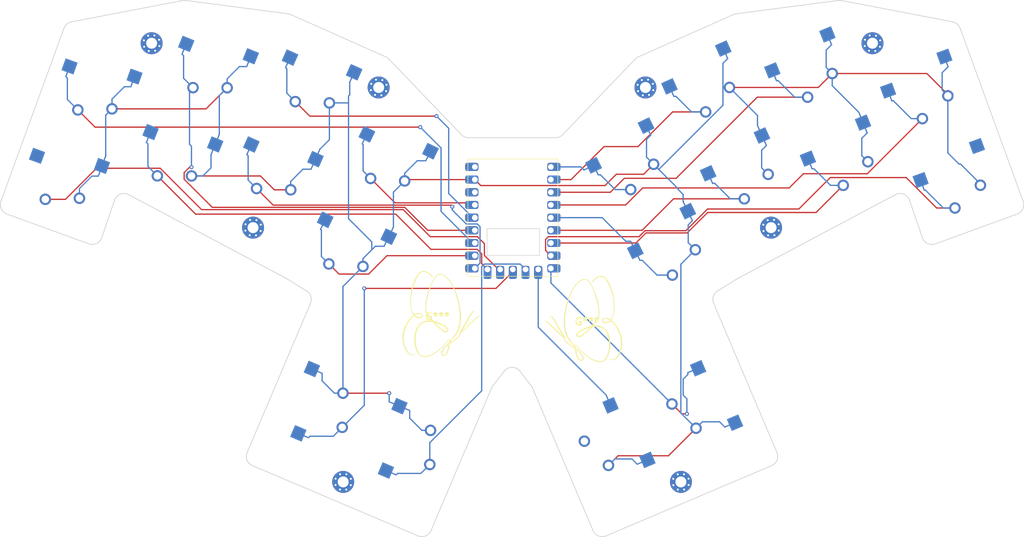
<source format=kicad_pcb>
(kicad_pcb (version 20241229) (generator "pcbnew") (generator_version "9.0")
  (title_block (title "chouchou_mx") (rev "v1.0.0") (company "Unknown"))
  (layers (0 "F.Cu" signal) (2 "B.Cu" signal) (13 "F.Paste" user) (15 "B.Paste" user) (5 "F.SilkS" user "F.Silkscreen") (7 "B.SilkS" user "B.Silkscreen") (1 "F.Mask" user) (3 "B.Mask" user) (25 "Edge.Cuts" user))
  (net 0 "")
  (net 1 "GP12")
  (net 2 "GND")
  (net 3 "GP26")
  (net 4 "GP13")
  (net 5 "GP27")
  (net 6 "GP14")
  (net 7 "GP28")
  (net 8 "GP15")
  (net 9 "GP29")
  (net 10 "GP11")
  (net 11 "GP10")
  (net 12 "GP7")
  (net 13 "GP3")
  (net 14 "GP6")
  (net 15 "GP2")
  (net 16 "GP5")
  (net 17 "GP1")
  (net 18 "GP4")
  (net 19 "GP0")
  (net 20 "GP8")
  (net 21 "GP9")
  (net 22 "P5V")
  (net 23 "P3V3")
  (footprint "logo:butterfly_left" (layer "F.Cu") (at 111 164)
    (property "Reference" "G***")
    (property "Value" "LOGO" (hide yes))
  )
  (footprint "MX" (layer "F.Cu") (at 164.9617 117.3315 24)
    (property "Reference" "S16" (hide yes))
    (property "Value" "" (hide yes))
  )
  (footprint "MountingHole_2.2mm_M2_Pad_Via" (layer "F.Cu") (at 53.7682 109.2489 -20)
    (property "Reference" "_1" (hide yes))
    (property "Value" "")
  )
  (footprint "MX" (layer "F.Cu") (at 192.7095 132.0469 22)
    (property "Reference" "S13" (hide yes))
    (property "Value" "" (hide yes))
  )
  (footprint "logo:butterfly_right" (layer "F.Cu") (at 141 165)
    (property "Reference" "G***")
    (property "Value" "LOGO" (hide yes))
  )
  (footprint "MX" (layer "F.Cu") (at 88.2504 181.8429 67)
    (property "Reference" "S9" (hide yes))
    (property "Value" "" (hide yes))
  )
  (footprint "MX" (layer "F.Cu") (at 86.9196 117.3315 -24)
    (property "Reference" "S6" (hide yes))
    (property "Value" "" (hide yes))
  )
  (footprint "MX" (layer "F.Cu") (at 43.118 118.7014 160)
    (property "Reference" "S22" (hide yes))
    (property "Value" "" (hide yes))
  )
  (footprint "MX" (layer "F.Cu") (at 102.1281 132.8726 -26)
    (property "Reference" "S8" (hide yes))
    (property "Value" "" (hide yes))
  )
  (footprint "MX" (layer "F.Cu") (at 158.1041 149.9946 26)
    (property "Reference" "S17" (hide yes))
    (property "Value" "" (hide yes))
  )
  (footprint "MX" (layer "F.Cu") (at 172.71 134.7346 24)
    (property "Reference" "S15" (hide yes))
    (property "Value" "" (hide yes))
  )
  (footprint "MX" (layer "F.Cu") (at 163.6308 181.8429 113)
    (property "Reference" "S39" (hide yes))
    (property "Value" "" (hide yes))
  )
  (footprint "MX" (layer "F.Cu") (at 172.71 134.7346 -156)
    (property "Reference" "S35" (hide yes))
    (property "Value" "" (hide yes))
  )
  (footprint "MountingHole_2.2mm_M2_Pad_Via" (layer "F.Cu") (at 177.8044 146.1767 24)
    (property "Reference" "_4" (hide yes))
    (property "Value" "")
  )
  (footprint "MX" (layer "F.Cu") (at 164.9617 117.3315 -156)
    (property "Reference" "S36" (hide yes))
    (property "Value" "" (hide yes))
  )
  (footprint "MX" (layer "F.Cu") (at 79.1712 134.7346 156)
    (property "Reference" "S25" (hide yes))
    (property "Value" "" (hide yes))
  )
  (footprint "MX" (layer "F.Cu") (at 192.7095 132.0469 -158)
    (property "Reference" "S33" (hide yes))
    (property "Value" "" (hide yes))
  )
  (footprint "MX" (layer "F.Cu") (at 43.118 118.7014 -20)
    (property "Reference" "S2" (hide yes))
    (property "Value" "" (hide yes))
  )
  (footprint "MountingHole_2.2mm_M2_Pad_Via" (layer "F.Cu") (at 99.232 118.1089 -26)
    (property "Reference" "_5" (hide yes))
    (property "Value" "")
  )
  (footprint "MX" (layer "F.Cu") (at 36.6025 136.6025 -20)
    (property "Reference" "S1" (hide yes))
    (property "Value" "" (hide yes))
  )
  (footprint "MX" (layer "F.Cu") (at 163.6308 181.8429 -67)
    (property "Reference" "S19" (hide yes))
    (property "Value" "" (hide yes))
  )
  (footprint "MX" (layer "F.Cu") (at 88.2504 181.8429 -113)
    (property "Reference" "S29" (hide yes))
    (property "Value" "" (hide yes))
  )
  (footprint "MX" (layer "F.Cu") (at 59.1717 132.0469 -22)
    (property "Reference" "S3" (hide yes))
    (property "Value" "" (hide yes))
  )
  (footprint "MX" (layer "F.Cu") (at 66.308 114.3841 158)
    (property "Reference" "S24" (hide yes))
    (property "Value" "" (hide yes))
  )
  (footprint "MX" (layer "F.Cu") (at 185.5732 114.3841 -158)
    (property "Reference" "S34" (hide yes))
    (property "Value" "" (hide yes))
  )
  (footprint "MX" (layer "F.Cu") (at 36.6025 136.6025 160)
    (property "Reference" "S21" (hide yes))
    (property "Value" "" (hide yes))
  )
  (footprint "MX" (layer "F.Cu") (at 86.9196 117.3315 156)
    (property "Reference" "S26" (hide yes))
    (property "Value" "" (hide yes))
  )
  (footprint "MX" (layer "F.Cu") (at 208.7632 118.7014 20)
    (property "Reference" "S12" (hide yes))
    (property "Value" "" (hide yes))
  )
  (footprint "MX" (layer "F.Cu") (at 215.2787 136.6025 -160)
    (property "Reference" "S31" (hide yes))
    (property "Value" "" (hide yes))
  )
  (footprint "MX" (layer "F.Cu") (at 105.7861 189.2863 67)
    (property "Reference" "S10" (hide yes))
    (property "Value" "" (hide yes))
  )
  (footprint "RP2040-Zero" (layer "F.Cu") (at 115.9406 156.8726)
    (property "Reference" "RP2040Zero1")
    (property "Value" "")
    (fp_line (start 5 -5.13) (end 5 -10.5) (stroke (width 0.12)) (layer "Edge.Cuts"))
    (fp_line (start 5 -5.13) (end 15.5 -5.13) (stroke (width 0.12)) (layer "Edge.Cuts"))
    (fp_line (start 15.5 -10.5) (end 5 -10.5) (stroke (width 0.12)) (layer "Edge.Cuts"))
    (fp_line (start 15.5 -10.5) (end 15.5 -5.13) (stroke (width 0.12)) (layer "Edge.Cuts"))
  )
  (footprint "MX" (layer "F.Cu") (at 105.7861 189.2863 -113)
    (property "Reference" "S30" (hide yes))
    (property "Value" "" (hide yes))
  )
  (footprint "MountingHole_2.2mm_M2_Pad_Via" (layer "F.Cu") (at 92.1243 197.0939 67)
    (property "Reference" "_7" (hide yes))
    (property "Value" "")
  )
  (footprint "MountingHole_2.2mm_M2_Pad_Via" (layer "F.Cu") (at 74.0768 146.1767 -24)
    (property "Reference" "_3" (hide yes))
    (property "Value" "")
  )
  (footprint "MountingHole_2.2mm_M2_Pad_Via" (layer "F.Cu") (at 152.6492 118.1089 26)
    (property "Reference" "_6" (hide yes))
    (property "Value" "")
  )
  (footprint "MX" (layer "F.Cu") (at 93.7771 149.9946 154)
    (property "Reference" "S27" (hide yes))
    (property "Value" "" (hide yes))
  )
  (footprint "MX" (layer "F.Cu") (at 158.1041 149.9946 -154)
    (property "Reference" "S37" (hide yes))
    (property "Value" "" (hide yes))
  )
  (footprint "MX" (layer "F.Cu") (at 102.1281 132.8726 154)
    (property "Reference" "S28" (hide yes))
    (property "Value" "" (hide yes))
  )
  (footprint "MX" (layer "F.Cu") (at 149.7531 132.8726 -154)
    (property "Reference" "S38" (hide yes))
    (property "Value" "" (hide yes))
  )
  (footprint "MX" (layer "F.Cu") (at 146.0952 189.2863 113)
    (property "Reference" "S40" (hide yes))
    (property "Value" "" (hide yes))
  )
  (footprint "MX" (layer "F.Cu") (at 208.7632 118.7014 -160)
    (property "Reference" "S32" (hide yes))
    (property "Value" "" (hide yes))
  )
  (footprint "MX" (layer "F.Cu") (at 79.1712 134.7346 -24)
    (property "Reference" "S5" (hide yes))
    (property "Value" "" (hide yes))
  )
  (footprint "MX" (layer "F.Cu") (at 66.308 114.3841 -22)
    (property "Reference" "S4" (hide yes))
    (property "Value" "" (hide yes))
  )
  (footprint "MX" (layer "F.Cu") (at 93.7771 149.9946 -26)
    (property "Reference" "S7" (hide yes))
    (property "Value" "" (hide yes))
  )
  (footprint "MX" (layer "F.Cu") (at 149.7531 132.8726 26)
    (property "Reference" "S18" (hide yes))
    (property "Value" "" (hide yes))
  )
  (footprint "MountingHole_2.2mm_M2_Pad_Via" (layer "F.Cu") (at 198.113 109.2489 20)
    (property "Reference" "_2" (hide yes))
    (property "Value" "")
  )
  (footprint "MountingHole_2.2mm_M2_Pad_Via" (layer "F.Cu") (at 159.7569 197.0939 -67)
    (property "Reference" "_8" (hide yes))
    (property "Value" "")
  )
  (footprint "MX" (layer "F.Cu") (at 59.1717 132.0469 158)
    (property "Reference" "S23" (hide yes))
    (property "Value" "" (hide yes))
  )
  (footprint "MX" (layer "F.Cu") (at 215.2787 136.6025 20)
    (property "Reference" "S11" (hide yes))
    (property "Value" "" (hide yes))
  )
  (footprint "MX" (layer "F.Cu") (at 185.5732 114.3841 22)
    (property "Reference" "S14" (hide yes))
    (property "Value" "" (hide yes))
  )
  (footprint "MX" (layer "F.Cu") (at 146.0952 189.2863 -67)
    (property "Reference" "S20" (hide yes))
    (property "Value" "" (hide yes))
  )
  (gr_line (start 124.356602 174.927493) (end 122.08033 177.880436) (stroke (width 0.15)) (layer "Edge.Cuts"))
  (gr_arc (start 210.677686 149.427089) (mid 209.1293 149.351285) (end 208.100223 148.19187) (stroke (width 0.15)) (layer "Edge.Cuts"))
  (gr_line (start 202.71623 139.568611) (end 171.080942 156.379848) (stroke (width 0.15)) (layer "Edge.Cuts"))
  (gr_line (start 129.800891 177.880436) (end 127.524619 174.927493) (stroke (width 0.15)) (layer "Edge.Cuts"))
  (gr_arc (start 81.069151 103.348799) (mid 81.352517 103.406761) (end 81.624559 103.504989) (stroke (width 0.15)) (layer "Edge.Cuts"))
  (gr_arc (start 46.33304 140.69056) (mid 47.489816 139.475331) (end 49.164991 139.568611) (stroke (width 0.15)) (layer "Edge.Cuts"))
  (gr_line (start 101.275568 112.416374) (end 115.795003 127.55353) (stroke (width 0.15)) (layer "Edge.Cuts"))
  (gr_arc (start 43.780997 148.19187) (mid 42.75192 149.351284) (end 41.203535 149.427088) (stroke (width 0.15)) (layer "Edge.Cuts"))
  (gr_arc (start 80.800278 156.379849) (mid 80.858858 156.412248) (end 80.916321 156.446588) (stroke (width 0.15)) (layer "Edge.Cuts"))
  (gr_line (start 142.162086 206.835697) (end 130.057892 178.320004) (stroke (width 0.15)) (layer "Edge.Cuts"))
  (gr_line (start 60.582225 100.683033) (end 81.069151 103.348799) (stroke (width 0.15)) (layer "Edge.Cuts"))
  (gr_arc (start 136.086218 127.55353) (mid 135.427427 128.008763) (end 134.642861 128.169074) (stroke (width 0.15)) (layer "Edge.Cuts"))
  (gr_line (start 151.235537 111.973739) (end 170.256662 103.504989) (stroke (width 0.15)) (layer "Edge.Cuts"))
  (gr_arc (start 191.298997 100.683033) (mid 191.617058 100.667214) (end 191.933597 100.702078) (stroke (width 0.15)) (layer "Edge.Cuts"))
  (gr_line (start 191.933597 100.702078) (end 214.169057 104.964518) (stroke (width 0.15)) (layer "Edge.Cuts"))
  (gr_arc (start 36.209315 106.244714) (mid 36.791773 105.406263) (end 37.712164 104.964518) (stroke (width 0.15)) (layer "Edge.Cuts"))
  (gr_line (start 41.203535 149.427088) (end 24.794365 143.454638) (stroke (width 0.15)) (layer "Edge.Cuts"))
  (gr_arc (start 73.953885 193.82697) (mid 72.88098 192.735173) (end 72.894339 191.204498) (stroke (width 0.15)) (layer "Edge.Cuts"))
  (gr_arc (start 150.605653 112.416374) (mid 150.899096 112.164463) (end 151.235537 111.973739) (stroke (width 0.15)) (layer "Edge.Cuts"))
  (gr_line (start 208.100223 148.19187) (end 205.54818 140.69056) (stroke (width 0.15)) (layer "Edge.Cuts"))
  (gr_arc (start 170.256662 103.504989) (mid 170.528704 103.406761) (end 170.81207 103.348799) (stroke (width 0.15)) (layer "Edge.Cuts"))
  (gr_line (start 84.788674 158.849627) (end 80.916321 156.446588) (stroke (width 0.15)) (layer "Edge.Cuts"))
  (gr_arc (start 59.947625 100.702078) (mid 60.264164 100.667214) (end 60.582225 100.683033) (stroke (width 0.15)) (layer "Edge.Cuts"))
  (gr_line (start 215.671906 106.244713) (end 228.282201 140.891213) (stroke (width 0.15)) (layer "Edge.Cuts"))
  (gr_arc (start 117.23836 128.169073) (mid 116.453795 128.008762) (end 115.795003 127.55353) (stroke (width 0.15)) (layer "Edge.Cuts"))
  (gr_line (start 117.23836 128.169074) (end 134.642861 128.169074) (stroke (width 0.15)) (layer "Edge.Cuts"))
  (gr_line (start 72.894339 191.204498) (end 85.575113 161.330466) (stroke (width 0.15)) (layer "Edge.Cuts"))
  (gr_arc (start 214.169057 104.964517) (mid 215.089449 105.406261) (end 215.671907 106.244713) (stroke (width 0.15)) (layer "Edge.Cuts"))
  (gr_arc (start 202.71623 139.568612) (mid 204.391404 139.475332) (end 205.54818 140.69056) (stroke (width 0.15)) (layer "Edge.Cuts"))
  (gr_line (start 136.086218 127.55353) (end 150.605653 112.416374) (stroke (width 0.15)) (layer "Edge.Cuts"))
  (gr_arc (start 124.356601 174.927492) (mid 125.94061 174.148523) (end 127.524619 174.927492) (stroke (width 0.15)) (layer "Edge.Cuts"))
  (gr_arc (start 166.306108 161.330467) (mid 166.240619 159.944634) (end 167.092547 158.849627) (stroke (width 0.15)) (layer "Edge.Cuts"))
  (gr_arc (start 100.645684 111.97374) (mid 100.982125 112.164464) (end 101.275568 112.416374) (stroke (width 0.15)) (layer "Edge.Cuts"))
  (gr_line (start 81.624559 103.504989) (end 100.645684 111.973739) (stroke (width 0.15)) (layer "Edge.Cuts"))
  (gr_line (start 37.712164 104.964518) (end 59.947624 100.702078) (stroke (width 0.15)) (layer "Edge.Cuts"))
  (gr_arc (start 109.719136 206.835698) (mid 108.627339 207.908603) (end 107.096663 207.895245) (stroke (width 0.15)) (layer "Edge.Cuts"))
  (gr_line (start 46.333041 140.69056) (end 43.780998 148.19187) (stroke (width 0.15)) (layer "Edge.Cuts"))
  (gr_line (start 170.81207 103.348799) (end 191.298996 100.683033) (stroke (width 0.15)) (layer "Edge.Cuts"))
  (gr_line (start 170.964899 156.446588) (end 167.092547 158.849627) (stroke (width 0.15)) (layer "Edge.Cuts"))
  (gr_line (start 23.59902 140.891213) (end 36.209314 106.244713) (stroke (width 0.15)) (layer "Edge.Cuts"))
  (gr_arc (start 121.823329 178.320004) (mid 121.937783 178.092008) (end 122.08033 177.880436) (stroke (width 0.15)) (layer "Edge.Cuts"))
  (gr_arc (start 228.282202 140.891213) (mid 228.215432 142.42049) (end 227.086856 143.454639) (stroke (width 0.15)) (layer "Edge.Cuts"))
  (gr_line (start 227.086856 143.454638) (end 210.677686 149.427088) (stroke (width 0.15)) (layer "Edge.Cuts"))
  (gr_arc (start 24.794365 143.454638) (mid 23.66579 142.42049) (end 23.59902 140.891213) (stroke (width 0.15)) (layer "Edge.Cuts"))
  (gr_line (start 73.953886 193.82697) (end 107.096663 207.895245) (stroke (width 0.15)) (layer "Edge.Cuts"))
  (gr_arc (start 129.800891 177.880435) (mid 129.943438 178.092007) (end 130.057892 178.320004) (stroke (width 0.15)) (layer "Edge.Cuts"))
  (gr_line (start 144.784557 207.895245) (end 177.927335 193.82697) (stroke (width 0.15)) (layer "Edge.Cuts"))
  (gr_line (start 121.823329 178.320004) (end 109.719135 206.835697) (stroke (width 0.15)) (layer "Edge.Cuts"))
  (gr_arc (start 144.784557 207.895244) (mid 143.253882 207.908602) (end 142.162086 206.835697) (stroke (width 0.15)) (layer "Edge.Cuts"))
  (gr_arc (start 170.964899 156.446587) (mid 171.022362 156.412246) (end 171.080942 156.379848) (stroke (width 0.15)) (layer "Edge.Cuts"))
  (gr_arc (start 84.788673 158.849627) (mid 85.640601 159.944633) (end 85.575113 161.330466) (stroke (width 0.15)) (layer "Edge.Cuts"))
  (gr_line (start 80.800279 156.379848) (end 49.164991 139.568611) (stroke (width 0.15)) (layer "Edge.Cuts"))
  (gr_line (start 166.306108 161.330466) (end 178.986882 191.204498) (stroke (width 0.15)) (layer "Edge.Cuts"))
  (gr_arc (start 178.986882 191.204499) (mid 179.00024 192.735174) (end 177.927335 193.82697) (stroke (width 0.15)) (layer "Edge.Cuts"))
  (segment (start 123.2167 154.5426) (end 120.412 151.7379) (width 0.25) (layer "F.Cu") (net 1))
  (segment (start 104.1475 142.5681) (end 63.7549 142.5681) (width 0.25) (layer "F.Cu") (net 1))
  (segment (start 109.562 147.9826) (end 104.1475 142.5681) (width 0.25) (layer "F.Cu") (net 1))
  (segment (start 120.412 149.3996) (end 118.995 147.9826) (width 0.25) (layer "F.Cu") (net 1))
  (segment (start 123.5606 154.5426) (end 123.2167 154.5426) (width 0.25) (layer "F.Cu") (net 1))
  (segment (start 120.412 151.7379) (end 120.412 149.3996) (width 0.25) (layer "F.Cu") (net 1))
  (segment (start 118.995 147.9826) (end 109.562 147.9826) (width 0.25) (layer "F.Cu") (net 1))
  (segment (start 63.7549 142.5681) (end 55.4739 134.2871) (width 0.25) (layer "F.Cu") (net 1))
  (segment (start 36.51 140.5074) (end 32.4782 140.5074) (width 0.25) (layer "F.Cu") (net 1))
  (segment (start 42.7303 134.2871) (end 36.51 140.5074) (width 0.25) (layer "F.Cu") (net 1))
  (segment (start 55.4739 134.2871) (end 42.7303 134.2871) (width 0.25) (layer "F.Cu") (net 1))
  (segment (start 157.2685 191.8554) (end 147.1763 191.8554) (width 0.25) (layer "F.Cu") (net 2))
  (segment (start 187.267 118.1022) (end 190.0573 115.3119) (width 0.25) (layer "F.Cu") (net 2))
  (segment (start 162.7814 186.3425) (end 157.2685 191.8554) (width 0.25) (layer "F.Cu") (net 2))
  (segment (start 213.2122 119.7851) (end 213.2122 119.5149) (width 0.25) (layer "F.Cu") (net 2))
  (segment (start 154.291 133.4853) (end 152.291 135.4853) (width 0.25) (layer "F.Cu") (net 2))
  (segment (start 104.7121 136.5526) (end 104.439 136.8257) (width 0.25) (layer "F.Cu") (net 2))
  (segment (start 169.4754 118.1022) (end 187.267 118.1022) (width 0.25) (layer "F.Cu") (net 2))
  (segment (start 64.6642 122.3913) (end 68.8891 118.1664) (width 0.25) (layer "F.Cu") (net 2))
  (segment (start 75.5572 135.8292) (end 78.3327 138.6047) (width 0.25) (layer "F.Cu") (net 2))
  (segment (start 144.5626 137.7432) (end 119.6712 137.7432) (width 0.25) (layer "F.Cu") (net 2))
  (segment (start 78.3327 138.6047) (end 81.6187 138.6047) (width 0.25) (layer "F.Cu") (net 2))
  (segment (start 118.4806 136.5526) (end 104.7121 136.5526) (width 0.25) (layer "F.Cu") (net 2))
  (segment (start 61.7528 135.8292) (end 75.5572 135.8292) (width 0.25) (layer "F.Cu") (net 2))
  (segment (start 147.1763 191.8554) (end 145.2458 193.7859) (width 0.25) (layer "F.Cu") (net 2))
  (segment (start 45.8295 122.3913) (end 64.6642 122.3913) (width 0.25) (layer "F.Cu") (net 2))
  (segment (start 119.6712 137.7432) (end 118.4806 136.5526) (width 0.25) (layer "F.Cu") (net 2))
  (segment (start 213.2122 119.5149) (end 209.0092 115.3119) (width 0.25) (layer "F.Cu") (net 2))
  (segment (start 92.0772 179.3282) (end 101.3455 179.3282) (width 0.25) (layer "F.Cu") (net 2))
  (segment (start 209.0092 115.3119) (end 190.0573 115.3119) (width 0.25) (layer "F.Cu") (net 2))
  (segment (start 152.291 135.4853) (end 146.8205 135.4853) (width 0.25) (layer "F.Cu") (net 2))
  (segment (start 146.8205 135.4853) (end 144.5626 137.7432) (width 0.25) (layer "F.Cu") (net 2))
  (via (at 101.3455 179.3282) (size 0.8) (drill 0.4) (layers "F.Cu" "B.Cu") (net 2))
  (segment (start 154.291 133.4853) (end 155.3278 134.5221) (width 0.25) (layer "B.Cu") (net 2))
  (segment (start 71.3472 113.9245) (end 68.8891 116.3826) (width 0.25) (layer "B.Cu") (net 2))
  (segment (start 159.2062 138.4005) (end 159.2062 138.5379) (width 0.25) (layer "B.Cu") (net 2))
  (segment (start 86.5744 132.4699) (end 85.683 134.472) (width 0.25) (layer "B.Cu") (net 2))
  (segment (start 50.3451 115.9258) (end 49.6065 117.9553) (width 0.25) (layer "B.Cu") (net 2))
  (segment (start 93.1932 144.3853) (end 93.1932 121.2016) (width 0.25) (layer "B.Cu") (net 2))
  (segment (start 68.8891 116.3826) (end 68.8891 118.1664) (width 0.25) (layer "B.Cu") (net 2))
  (segment (start 149.9576 192.4985) (end 151.007 193.5479) (width 0.25) (layer "B.Cu") (net 2))
  (segment (start 49.6065 117.9553) (end 48.3156 117.9553) (width 0.25) (layer "B.Cu") (net 2))
  (segment (start 97.8524 150.6128) (end 97.8524 149.0445) (width 0.25) (layer "B.Cu") (net 2))
  (segment (start 175.9219 134.2035) (end 175.9219 130.6699) (width 0.25) (layer "B.Cu") (net 2))
  (segment (start 109.6058 130.8677) (end 108.6728 132.7805) (width 0.25) (layer "B.Cu") (net 2))
  (segment (start 152.8677 128.5008) (end 152.8677 132.062) (width 0.25) (layer "B.Cu") (net 2))
  (segment (start 155.3278 134.5221) (end 168.1736 121.6763) (width 0.25) (layer "B.Cu") (net 2))
  (segment (start 188.8402 110.6272) (end 188.8402 114.0948) (width 0.25) (layer "B.Cu") (net 2))
  (segment (start 196.2231 125.1484) (end 197.0562 127.2104) (width 0.25) (layer "B.Cu") (net 2))
  (segment (start 43.8296 133.8269) (end 43.091 135.8564) (width 0.25) (layer "B.Cu") (net 2))
  (segment (start 39.314 140.2924) (end 39.314 138.3425) (width 0.25) (layer "B.Cu") (net 2))
  (segment (start 96.088 152.3772) (end 96.088 153.9477) (width 0.25) (layer "B.Cu") (net 2))
  (segment (start 90.3713 179.3282) (end 92.0772 179.3282) (width 0.25) (layer "B.Cu") (net 2))
  (segment (start 175.9807 127.7176) (end 175.0894 125.7155) (width 0.25) (layer "B.Cu") (net 2))
  (segment (start 85.8569 174.4804) (end 87.904 175.3493) (width 0.25) (layer "B.Cu") (net 2))
  (segment (start 98.5627 149.9025) (end 97.8524 150.6128) (width 0.25) (layer "B.Cu") (net 2))
  (segment (start 168.1736 113.2668) (end 169.1238 112.3166) (width 0.25) (layer "B.Cu") (net 2))
  (segment (start 100.3218 149.9025) (end 98.5627 149.9025) (width 0.25) (layer "B.Cu") (net 2))
  (segment (start 160.195 140.9549) (end 160.1949 140.955) (width 0.25) (layer "B.Cu") (net 2))
  (segment (start 102.1877 146.0768) (end 102.1878 146.0769) (width 0.25) (layer "B.Cu") (net 2))
  (segment (start 101.2548 147.9897) (end 102.1878 146.0769) (width 0.25) (layer "B.Cu") (net 2))
  (segment (start 73.6276 111.8625) (end 72.7945 113.9245) (width 0.25) (layer "B.Cu") (net 2))
  (segment (start 64.0294 135.8292) (end 65.6583 134.2003) (width 0.25) (layer "B.Cu") (net 2))
  (segment (start 68.8891 118.1664) (end 67.3243 119.7312) (width 0.25) (layer "B.Cu") (net 2))
  (segment (start 89.3671 121.2016) (end 93.1932 121.2016) (width 0.25) (layer "B.Cu") (net 2))
  (segment (start 93.1932 119.8089) (end 93.4315 119.5706) (width 0.25) (layer "B.Cu") (net 2))
  (segment (start 97.8524 150.6128) (end 96.088 152.3772) (width 0.25) (layer "B.Cu") (net 2))
  (segment (start 153.054 192.679) (end 151.007 193.5479) (width 0.25) (layer "B.Cu") (net 2))
  (segment (start 67.3243 127.4633) (end 67.3244 127.4633) (width 0.25) (layer "B.Cu") (net 2))
  (segment (start 39.314 138.3425) (end 41.8001 135.8564) (width 0.25) (layer "B.Cu") (net 2))
  (segment (start 168.1736 121.6763) (end 168.1736 118.1022) (width 0.25) (layer "B.Cu") (net 2))
  (segment (start 169.4754 118.1022) (end 175.0894 123.7162) (width 0.25) (layer "B.Cu") (net 2))
  (segment (start 170.5896 185.2356) (end 168.5426 186.1045) (width 0.25) (layer "B.Cu") (net 2))
  (segment (start 159.2062 138.5379) (end 160.195 139.5267) (width 0.25) (layer "B.Cu") (net 2))
  (segment (start 89.3671 121.2016) (end 89.3671 128.5665) (width 0.25) (layer "B.Cu") (net 2))
  (segment (start 195.9765 128.29) (end 197.0561 127.2104) (width 0.25) (layer "B.Cu") (net 2))
  (segment (start 84.0732 134.472) (end 85.683 134.472) (width 0.25) (layer "B.Cu") (net 2))
  (segment (start 104.439 135.2988) (end 104.439 136.8257) (width 0.25) (layer "B.Cu") (net 2))
  (segment (start 87.904 176.8609) (end 90.3713 179.3282) (width 0.25) (layer "B.Cu") (net 2))
  (segment (start 190.0573 117.7537) (end 195.39 123.0864) (width 0.25) (layer "B.Cu") (net 2))
  (segment (start 152.8677 132.062) (end 154.291 133.4853) (width 0.25) (layer "B.Cu") (net 2))
  (segment (start 45.8295 122.3913) (end 44.5681 123.6527) (width 0.25) (layer "B.Cu") (net 2))
  (segment (start 94.3228 115.0668) (end 93.4314 117.0689) (width 0.25) (layer "B.Cu") (net 2))
  (segment (start 162.642 150.6073) (end 161.2187 149.184) (width 0.25) (layer "B.Cu") (net 2))
  (segment (start 97.8524 149.0445) (end 93.1932 144.3853) (width 0.25) (layer "B.Cu") (net 2))
  (segment (start 81.6187 138.6047) (end 81.6187 136.9265) (width 0.25) (layer "B.Cu") (net 2))
  (segment (start 81.6187 136.9265) (end 84.0732 134.472) (width 0.25) (layer "B.Cu") (net 2))
  (segment (start 195.9765 131.7576) (end 195.9765 128.29) (width 0.25) (layer "B.Cu") (net 2))
  (segment (start 67.3243 119.7312) (end 67.3243 127.4633) (width 0.25) (layer "B.Cu") (net 2))
  (segment (start 159.7495 183.3106) (end 162.7814 186.3425) (width 0.25) (layer "B.Cu") (net 2))
  (segment (start 93.4315 119.5706) (end 93.4315 117.069) (width 0.25) (layer "B.Cu") (net 2))
  (segment (start 167.4932 185.0551) (end 168.5426 186.1045) (width 0.25) (layer "B.Cu") (net 2))
  (segment (start 197.0561 127.2104) (end 197.0562 127.2104) (width 0.25) (layer "B.Cu") (net 2))
  (segment (start 161.1279 142.8678) (end 162.0609 144.7806) (width 0.25) (layer "B.Cu") (net 2))
  (segment (start 196.2231 125.1484) (end 195.39 123.0864) (width 0.25) (layer "B.Cu") (net 2))
  (segment (start 145.2458 193.7859) (end 146.5332 192.4985) (width 0.25) (layer "B.Cu") (net 2))
  (segment (start 108.6728 132.7805) (end 106.9573 132.7805) (width 0.25) (layer "B.Cu") (net 2))
  (segment (start 175.9807 127.7176) (end 176.8721 129.7197) (width 0.25) (layer "B.Cu") (net 2))
  (segment (start 168.2324 110.3145) (end 169.1238 112.3166) (width 0.25) (layer "B.Cu") (net 2))
  (segment (start 103.3926 181.9238) (end 105.4397 182.7927) (width 0.25) (layer "B.Cu") (net 2))
  (segment (start 96.088 153.9477) (end 92.0772 157.9585) (width 0.25) (layer "B.Cu") (net 2))
  (segment (start 89.3671 128.5665) (end 87.4657 130.4679) (width 0.25) (layer "B.Cu") (net 2))
  (segment (start 175.0894 123.7162) (end 175.0894 125.7155) (width 0.25) (layer "B.Cu") (net 2))
  (segment (start 41.8001 135.8564) (end 43.091 135.8564) (width 0.25) (layer "B.Cu") (net 2))
  (segment (start 93.1932 121.2016) (end 93.1932 119.8089) (width 0.25) (layer "B.Cu") (net 2))
  (segment (start 168.1736 118.1022) (end 168.1736 113.2668) (width 0.25) (layer "B.Cu") (net 2))
  (segment (start 164.0688 185.0551) (end 167.4932 185.0551) (width 0.25) (layer "B.Cu") (net 2))
  (segment (start 189.9199 109.5476) (end 189.9198 109.5476) (width 0.25) (layer "B.Cu") (net 2))
  (segment (start 44.5681 131.7975) (end 44.5682 131.7975) (width 0.25) (layer "B.Cu") (net 2))
  (segment (start 159.7495 153.4998) (end 159.7495 183.3106) (width 0.25) (layer "B.Cu") (net 2))
  (segment (start 93.4315 117.069) (end 93.4314 117.0689) (width 0.25) (layer "B.Cu") (net 2))
  (segment (start 169.4754 118.1022) (end 168.1736 118.1022) (width 0.25) (layer "B.Cu") (net 2))
  (segment (start 215.4365 133.4436) (end 213.2122 131.2193) (width 0.25) (layer "B.Cu") (net 2))
  (segment (start 190.0573 115.3119) (end 190.0573 117.7537) (width 0.25) (layer "B.Cu") (net 2))
  (segment (start 189.0868 107.4856) (end 189.9199 109.5476) (width 0.25) (layer "B.Cu") (net 2))
  (segment (start 103.3926 181.9238) (end 101.3454 181.0549) (width 0.25) (layer "B.Cu") (net 2))
  (segment (start 44.5681 123.6527) (end 44.5681 131.7975) (width 0.25) (layer "B.Cu") (net 2))
  (segment (start 212.5154 111.9297) (end 213.254 113.9592) (width 0.25) (layer "B.Cu") (net 2))
  (segment (start 105.4397 184.3176) (end 105.4397 182.7927) (width 0.25) (layer "B.Cu") (net 2))
  (segment (start 161.2187 145.6228) (end 162.0609 144.7806) (width 0.25) (layer "B.Cu") (net 2))
  (segment (start 213.2122 119.7851) (end 212.0658 118.6387) (width 0.25) (layer "B.Cu") (net 2))
  (segment (start 213.2122 131.2193) (end 213.2122 119.7851) (width 0.25) (layer "B.Cu") (net 2))
  (segment (start 92.0772 157.9585) (end 92.0772 179.3282) (width 0.25) (layer "B.Cu") (net 2))
  (segment (start 146.5332 192.4985) (end 149.9576 192.4985) (width 0.25) (layer "B.Cu") (net 2))
  (segment (start 219.7277 137.6862) (end 219.7277 137.416) (width 0.25) (layer "B.Cu") (net 2))
  (segment (start 109.6129 186.7716) (end 107.8937 186.7716) (width 0.25) (layer "B.Cu") (net 2))
  (segment (start 72.7945 113.9245) (end 71.3472 113.9245) (width 0.25) (layer "B.Cu") (net 2))
  (segment (start 66.4913 129.5253) (end 65.6582 131.5873) (width 0.25) (layer "B.Cu") (net 2))
  (segment (start 102.1877 139.077) (end 102.1877 146.0768) (width 0.25) (layer "B.Cu") (net 2))
  (segment (start 177.2237 135.5053) (end 175.9219 134.2035) (width 0.25) (layer "B.Cu") (net 2))
  (segment (start 162.7814 186.3425) (end 164.0688 185.0551) (width 0.25) (layer "B.Cu") (net 2))
  (segment (start 45.8295 120.4414) (end 45.8295 122.3913) (width 0.25) (layer "B.Cu") (net 2))
  (segment (start 152.7769 125.7458) (end 153.7099 127.6586) (width 0.25) (layer "B.Cu") (net 2))
  (segment (start 101.2548 147.9897) (end 100.3218 149.9025) (width 0.25) (layer "B.Cu") (net 2))
  (segment (start 61.7528 135.8292) (end 64.0294 135.8292) (width 0.25) (layer "B.Cu") (net 2))
  (segment (start 161.1279 142.8678) (end 160.1949 140.955) (width 0.25) (layer "B.Cu") (net 2))
  (segment (start 212.0658 115.1474) (end 213.254 113.9592) (width 0.25) (layer "B.Cu") (net 2))
  (segment (start 188.8402 114.0948) (end 190.0573 115.3119) (width 0.25) (layer "B.Cu") (net 2))
  (segment (start 160.195 139.5267) (end 160.195 140.9549) (width 0.25) (layer "B.Cu") (net 2))
  (segment (start 65.6583 134.2003) (end 65.6583 131.5873) (width 0.25) (layer "B.Cu") (net 2))
  (segment (start 175.9219 130.6699) (end 176.8721 129.7197) (width 0.25) (layer "B.Cu") (net 2))
  (segment (start 153.7099 127.6586) (end 152.8677 128.5008) (width 0.25) (layer "B.Cu") (net 2))
  (segment (start 189.9198 109.5476) (end 188.8402 110.6272) (width 0.25) (layer "B.Cu") (net 2))
  (segment (start 43.8296 133.8269) (end 44.5682 131.7975) (width 0.25) (layer "B.Cu") (net 2))
  (segment (start 48.3156 117.9553) (end 45.8295 120.4414) (width 0.25) (layer "B.Cu") (net 2))
  (segment (start 66.4913 129.5253) (end 67.3244 127.4633) (width 0.25) (layer "B.Cu") (net 2))
  (segment (start 212.0658 118.6387) (end 212.0658 115.1474) (width 0.25) (layer "B.Cu") (net 2))
  (segment (start 65.6583 131.5873) (end 65.6582 131.5873) (width 0.25) (layer "B.Cu") (net 2))
  (segment (start 161.2187 149.184) (end 161.2187 145.6228) (width 0.25) (layer "B.Cu") (net 2))
  (segment (start 86.5744 132.4699) (end 87.4657 130.4679) (width 0.25) (layer "B.Cu") (net 2))
  (segment (start 87.904 175.3493) (end 87.904 176.8609) (width 0.25) (layer "B.Cu") (net 2))
  (segment (start 106.9573 132.7805) (end 104.439 135.2988) (width 0.25) (layer "B.Cu") (net 2))
  (segment (start 104.439 136.8257) (end 102.1877 139.077) (width 0.25) (layer "B.Cu") (net 2))
  (segment (start 219.7277 137.416) (end 215.7553 133.4436) (width 0.25) (layer "B.Cu") (net 2))
  (segment (start 101.3454 181.0549) (end 101.3455 181.0548) (width 0.25) (layer "B.Cu") (net 2))
  (segment (start 101.3455 181.0548) (end 101.3455 179.3282) (width 0.25) (layer "B.Cu") (net 2))
  (segment (start 155.3278 134.5221) (end 159.2062 138.4005) (width 0.25) (layer "B.Cu") (net 2))
  (segment (start 215.7553 133.4436) (end 215.4365 133.4436) (width 0.25) (layer "B.Cu") (net 2))
  (segment (start 197.1936 132.9747) (end 195.9765 131.7576) (width 0.25) (layer "B.Cu") (net 2))
  (segment (start 162.642 150.6073) (end 159.7495 153.4998) (width 0.25) (layer "B.Cu") (net 2))
  (segment (start 107.8937 186.7716) (end 105.4397 184.3176) (width 0.25) (layer "B.Cu") (net 2))
  (segment (start 38.9937 122.6063) (end 42.4366 126.0492) (width 0.25) (layer "F.Cu") (net 3))
  (segment (start 42.4366 126.0492) (end 107.5567 126.0492) (width 0.25) (layer "F.Cu") (net 3))
  (via (at 107.5567 126.0492) (size 0.8) (drill 0.4) (layers "F.Cu" "B.Cu") (net 3))
  (segment (start 38.9937 122.6063) (end 36.8939 120.5065) (width 0.25) (layer "B.Cu") (net 3))
  (segment (start 36.8939 116.2244) (end 36.5904 115.9209) (width 0.25) (layer "B.Cu") (net 3))
  (segment (start 36.8939 120.5065) (end 36.8939 116.2244) (width 0.25) (layer "B.Cu") (net 3))
  (segment (start 111.7236 142.9238) (end 111.7236 130.2161) (width 0.25) (layer "B.Cu") (net 3))
  (segment (start 111.7236 130.2161) (end 107.5567 126.0492) (width 0.25) (layer "B.Cu") (net 3))
  (segment (start 37.329 113.8914) (end 36.5904 115.9209) (width 0.25) (layer "B.Cu") (net 3))
  (segment (start 118.4806 149.2526) (end 118.0524 149.2526) (width 0.25) (layer "B.Cu") (net 3))
  (segment (start 118.0524 149.2526) (end 111.7236 142.9238) (width 0.25) (layer "B.Cu") (net 3))
  (segment (start 119.8622 151.4268) (end 119.8622 153.3842) (width 0.25) (layer "F.Cu") (net 4))
  (segment (start 54.9137 135.8055) (end 62.5754 143.4672) (width 0.25) (layer "F.Cu") (net 4))
  (segment (start 102.6485 143.4672) (end 109.7039 150.5226) (width 0.25) (layer "F.Cu") (net 4))
  (segment (start 109.7039 150.5226) (end 118.958 150.5226) (width 0.25) (layer "F.Cu") (net 4))
  (segment (start 62.5754 143.4672) (end 102.6485 143.4672) (width 0.25) (layer "F.Cu") (net 4))
  (segment (start 119.8622 153.3842) (end 121.0206 154.5426) (width 0.25) (layer "F.Cu") (net 4))
  (segment (start 118.958 150.5226) (end 119.8622 151.4268) (width 0.25) (layer "F.Cu") (net 4))
  (segment (start 53.0291 133.9209) (end 53.0291 129.4078) (width 0.25) (layer "B.Cu") (net 4))
  (segment (start 53.0291 129.4078) (end 52.7211 129.0998) (width 0.25) (layer "B.Cu") (net 4))
  (segment (start 53.5541 127.0378) (end 52.721 129.0998) (width 0.25) (layer "B.Cu") (net 4))
  (segment (start 52.7211 129.0998) (end 52.721 129.0998) (width 0.25) (layer "B.Cu") (net 4))
  (segment (start 54.9137 135.8055) (end 53.0291 133.9209) (width 0.25) (layer "B.Cu") (net 4))
  (segment (start 60.2831 135.151) (end 61.3736 134.0605) (width 0.25) (layer "F.Cu") (net 5))
  (segment (start 61.3736 134.0605) (end 61.7465 134.0605) (width 0.25) (layer "F.Cu") (net 5))
  (segment (start 65.9099 142.1164) (end 60.2831 136.4896) (width 0.25) (layer "F.Cu") (net 5))
  (segment (start 60.2831 136.4896) (end 60.2831 135.151) (width 0.25) (layer "F.Cu") (net 5))
  (segment (start 104.466 142.1164) (end 65.9099 142.1164) (width 0.25) (layer "F.Cu") (net 5))
  (segment (start 118.4806 146.7126) (end 109.0622 146.7126) (width 0.25) (layer "F.Cu") (net 5))
  (segment (start 109.0622 146.7126) (end 104.466 142.1164) (width 0.25) (layer "F.Cu") (net 5))
  (via (at 61.7465 134.0605) (size 0.8) (drill 0.4) (layers "F.Cu" "B.Cu") (net 5))
  (segment (start 62.05 118.1427) (end 61.3529 118.8398) (width 0.25) (layer "B.Cu") (net 5))
  (segment (start 61.7465 129.8698) (end 61.7465 134.0605) (width 0.25) (layer "B.Cu") (net 5))
  (segment (start 60.1654 111.745) (end 59.8574 111.437) (width 0.25) (layer "B.Cu") (net 5))
  (segment (start 60.1654 116.2581) (end 60.1654 111.745) (width 0.25) (layer "B.Cu") (net 5))
  (segment (start 61.3529 129.4762) (end 61.7465 129.8698) (width 0.25) (layer "B.Cu") (net 5))
  (segment (start 60.6904 109.375) (end 59.8573 111.437) (width 0.25) (layer "B.Cu") (net 5))
  (segment (start 62.05 118.1427) (end 60.1654 116.2581) (width 0.25) (layer "B.Cu") (net 5))
  (segment (start 61.3529 118.8398) (end 61.3529 129.4762) (width 0.25) (layer "B.Cu") (net 5))
  (segment (start 59.8574 111.437) (end 59.8573 111.437) (width 0.25) (layer "B.Cu") (net 5))
  (segment (start 78.107 141.6647) (end 74.7846 138.3423) (width 0.25) (layer "F.Cu") (net 6))
  (segment (start 113.9749 141.976) (end 113.6636 141.6647) (width 0.25) (layer "F.Cu") (net 6))
  (segment (start 113.6636 141.6647) (end 78.107 141.6647) (width 0.25) (layer "F.Cu") (net 6))
  (via (at 113.9749 141.976) (size 0.8) (drill 0.4) (layers "F.Cu" "B.Cu") (net 6))
  (segment (start 73.0906 131.7846) (end 72.8405 131.5345) (width 0.25) (layer "B.Cu") (net 6))
  (segment (start 73.0906 136.6483) (end 73.0906 131.7846) (width 0.25) (layer "B.Cu") (net 6))
  (segment (start 118.4806 154.3326) (end 119.5271 153.2861) (width 0.25) (layer "B.Cu") (net 6))
  (segment (start 119.5271 145.9832) (end 118.9865 145.4426) (width 0.25) (layer "B.Cu") (net 6))
  (segment (start 113.9749 142.644) (end 113.9749 141.976) (width 0.25) (layer "B.Cu") (net 6))
  (segment (start 73.7318 129.5325) (end 72.8405 131.5345) (width 0.25) (layer "B.Cu") (net 6))
  (segment (start 74.7846 138.3423) (end 73.0906 136.6483) (width 0.25) (layer "B.Cu") (net 6))
  (segment (start 118.9865 145.4426) (end 116.7735 145.4426) (width 0.25) (layer "B.Cu") (net 6))
  (segment (start 116.7735 145.4426) (end 113.9749 142.644) (width 0.25) (layer "B.Cu") (net 6))
  (segment (start 119.5271 153.2861) (end 119.5271 145.9832) (width 0.25) (layer "B.Cu") (net 6))
  (segment (start 85.4397 123.8459) (end 110.8157 123.8459) (width 0.25) (layer "F.Cu") (net 7))
  (segment (start 82.533 120.9392) (end 85.4397 123.8459) (width 0.25) (layer "F.Cu") (net 7))
  (via (at 110.8157 123.8459) (size 0.8) (drill 0.4) (layers "F.Cu" "B.Cu") (net 7))
  (segment (start 113.2519 139.3375) (end 113.2519 126.2821) (width 0.25) (layer "B.Cu") (net 7))
  (segment (start 118.087 144.1726) (end 113.2519 139.3375) (width 0.25) (layer "B.Cu") (net 7))
  (segment (start 80.839 119.2452) (end 80.839 114.3815) (width 0.25) (layer "B.Cu") (net 7))
  (segment (start 82.533 120.9392) (end 80.839 119.2452) (width 0.25) (layer "B.Cu") (net 7))
  (segment (start 118.4806 144.1726) (end 118.087 144.1726) (width 0.25) (layer "B.Cu") (net 7))
  (segment (start 80.839 114.3815) (end 80.5889 114.1314) (width 0.25) (layer "B.Cu") (net 7))
  (segment (start 81.4802 112.1294) (end 80.5889 114.1314) (width 0.25) (layer "B.Cu") (net 7))
  (segment (start 113.2519 126.2821) (end 110.8157 123.8459) (width 0.25) (layer "B.Cu") (net 7))
  (segment (start 91.2923 155.4721) (end 89.2672 153.447) (width 0.25) (layer "F.Cu") (net 8))
  (segment (start 97.2234 155.4721) (end 91.2923 155.4721) (width 0.25) (layer "F.Cu") (net 8))
  (segment (start 100.9029 151.7926) (end 97.2234 155.4721) (width 0.25) (layer "F.Cu") (net 8))
  (segment (start 118.4806 151.7926) (end 100.9029 151.7926) (width 0.25) (layer "F.Cu") (net 8))
  (segment (start 87.7632 151.943) (end 87.7632 146.6922) (width 0.25) (layer "B.Cu") (net 8))
  (segment (start 87.7632 146.6922) (end 87.5896 146.5186) (width 0.25) (layer "B.Cu") (net 8))
  (segment (start 88.5226 144.6058) (end 87.5896 146.5186) (width 0.25) (layer "B.Cu") (net 8))
  (segment (start 89.2672 153.447) (end 87.7632 151.943) (width 0.25) (layer "B.Cu") (net 8))
  (segment (start 102.5062 141.213) (end 97.6182 136.325) (width 0.25) (layer "F.Cu") (net 9))
  (segment (start 118.4806 141.6326) (end 118.061 141.213) (width 0.25) (layer "F.Cu") (net 9))
  (segment (start 118.061 141.213) (end 102.5062 141.213) (width 0.25) (layer "F.Cu") (net 9))
  (segment (start 96.1142 134.821) (end 96.1142 129.5702) (width 0.25) (layer "B.Cu") (net 9))
  (segment (start 97.6182 136.325) (end 96.1142 134.821) (width 0.25) (layer "B.Cu") (net 9))
  (segment (start 96.8736 127.4838) (end 95.9406 129.3966) (width 0.25) (layer "B.Cu") (net 9))
  (segment (start 96.1142 129.5702) (end 95.9406 129.3966) (width 0.25) (layer "B.Cu") (net 9))
  (segment (start 126.1006 154.9601) (end 122.7157 158.345) (width 0.25) (layer "F.Cu") (net 10))
  (segment (start 122.7157 158.345) (end 96.3546 158.345) (width 0.25) (layer "F.Cu") (net 10))
  (segment (start 126.1006 154.5426) (end 126.1006 154.9601) (width 0.25) (layer "F.Cu") (net 10))
  (via (at 96.3546 158.345) (size 0.8) (drill 0.4) (layers "F.Cu" "B.Cu") (net 10))
  (segment (start 96.3546 181.7454) (end 91.9341 186.1659) (width 0.25) (layer "B.Cu") (net 10))
  (segment (start 91.9341 186.1659) (end 90.1524 187.9476) (width 0.25) (layer "B.Cu") (net 10))
  (segment (start 85.4846 187.9476) (end 85.1911 188.2411) (width 0.25) (layer "B.Cu") (net 10))
  (segment (start 83.144 187.3722) (end 85.1911 188.2411) (width 0.25) (layer "B.Cu") (net 10))
  (segment (start 96.3546 158.345) (end 96.3546 181.7454) (width 0.25) (layer "B.Cu") (net 10))
  (segment (start 90.1524 187.9476) (end 85.4846 187.9476) (width 0.25) (layer "B.Cu") (net 10))
  (segment (start 128.6406 154.5426) (end 127.5677 153.4697) (width 0.25) (layer "B.Cu") (net 11))
  (segment (start 127.5677 153.4697) (end 120.3591 153.4697) (width 0.25) (layer "B.Cu") (net 11))
  (segment (start 109.4698 193.6093) (end 107.6884 195.3907) (width 0.25) (layer "B.Cu") (net 11))
  (segment (start 120.3591 153.4697) (end 119.8576 153.9712) (width 0.25) (layer "B.Cu") (net 11))
  (segment (start 100.6797 194.8156) (end 102.7268 195.6845) (width 0.25) (layer "B.Cu") (net 11))
  (segment (start 119.8576 153.9712) (end 119.8576 178.8481) (width 0.25) (layer "B.Cu") (net 11))
  (segment (start 119.8576 178.8481) (end 109.4698 189.2359) (width 0.25) (layer "B.Cu") (net 11))
  (segment (start 103.0206 195.3907) (end 102.7268 195.6845) (width 0.25) (layer "B.Cu") (net 11))
  (segment (start 107.6884 195.3907) (end 103.0206 195.3907) (width 0.25) (layer "B.Cu") (net 11))
  (segment (start 109.4698 189.2359) (end 109.4698 193.6093) (width 0.25) (layer "B.Cu") (net 11))
  (segment (start 152.5684 146.783) (end 160.7434 146.783) (width 0.25) (layer "F.Cu") (net 12))
  (segment (start 133.7206 151.7926) (end 132.655 150.727) (width 0.25) (layer "F.Cu") (net 12))
  (segment (start 204.8671 136.1489) (end 210.9631 142.2449) (width 0.25) (layer "F.Cu") (net 12))
  (segment (start 165.0825 142.4439) (end 183.3705 142.4439) (width 0.25) (layer "F.Cu") (net 12))
  (segment (start 133.2218 147.9826) (end 151.3688 147.9826) (width 0.25) (layer "F.Cu") (net 12))
  (segment (start 132.655 148.5494) (end 133.2218 147.9826) (width 0.25) (layer "F.Cu") (net 12))
  (segment (start 183.3705 142.4439) (end 189.6655 136.1489) (width 0.25) (layer "F.Cu") (net 12))
  (segment (start 189.6655 136.1489) (end 204.8671 136.1489) (width 0.25) (layer "F.Cu") (net 12))
  (segment (start 210.9631 142.2449) (end 214.6293 142.2449) (width 0.25) (layer "F.Cu") (net 12))
  (segment (start 132.655 150.727) (end 132.655 148.5494) (width 0.25) (layer "F.Cu") (net 12))
  (segment (start 160.7434 146.783) (end 165.0825 142.4439) (width 0.25) (layer "F.Cu") (net 12))
  (segment (start 151.3688 147.9826) (end 152.5684 146.783) (width 0.25) (layer "F.Cu") (net 12))
  (segment (start 207.7522 136.6389) (end 208.4908 138.6684) (width 0.25) (layer "B.Cu") (net 12))
  (segment (start 214.6293 142.2449) (end 212.2966 142.2449) (width 0.25) (layer "B.Cu") (net 12))
  (segment (start 212.2966 142.2449) (end 208.7201 138.6684) (width 0.25) (layer "B.Cu") (net 12))
  (segment (start 208.7201 138.6684) (end 208.4908 138.6684) (width 0.25) (layer "B.Cu") (net 12))
  (segment (start 152.0992 138.2284) (end 148.695 141.6326) (width 0.25) (layer "F.Cu") (net 13))
  (segment (start 148.695 141.6326) (end 133.7206 141.6326) (width 0.25) (layer "F.Cu") (net 13))
  (segment (start 184.2883 135.3775) (end 181.4374 138.2284) (width 0.25) (layer "F.Cu") (net 13))
  (segment (start 208.1138 124.3438) (end 197.0801 135.3775) (width 0.25) (layer "F.Cu") (net 13))
  (segment (start 197.0801 135.3775) (end 184.2883 135.3775) (width 0.25) (layer "F.Cu") (net 13))
  (segment (start 181.4374 138.2284) (end 152.0992 138.2284) (width 0.25) (layer "F.Cu") (net 13))
  (segment (start 205.8734 124.3438) (end 202.2969 120.7673) (width 0.25) (layer "B.Cu") (net 13))
  (segment (start 202.2969 120.7673) (end 201.9753 120.7673) (width 0.25) (layer "B.Cu") (net 13))
  (segment (start 201.2367 118.7378) (end 201.9753 120.7673) (width 0.25) (layer "B.Cu") (net 13))
  (segment (start 208.1138 124.3438) (end 205.8734 124.3438) (width 0.25) (layer "B.Cu") (net 13))
  (segment (start 152.7556 147.2347) (end 161.01 147.2347) (width 0.25) (layer "F.Cu") (net 14))
  (segment (start 165.1017 143.143) (end 186.823 143.143) (width 0.25) (layer "F.Cu") (net 14))
  (segment (start 150.7377 149.2526) (end 152.7556 147.2347) (width 0.25) (layer "F.Cu") (net 14))
  (segment (start 133.7206 149.2526) (end 150.7377 149.2526) (width 0.25) (layer "F.Cu") (net 14))
  (segment (start 186.823 143.143) (end 192.2575 137.7085) (width 0.25) (layer "F.Cu") (net 14))
  (segment (start 161.01 147.2347) (end 165.1017 143.143) (width 0.25) (layer "F.Cu") (net 14))
  (segment (start 186.4105 134.4079) (end 186.022 134.4079) (width 0.25) (layer "B.Cu") (net 14))
  (segment (start 185.1889 132.3459) (end 186.022 134.4079) (width 0.25) (layer "B.Cu") (net 14))
  (segment (start 189.7111 137.7085) (end 186.4105 134.4079) (width 0.25) (layer "B.Cu") (net 14))
  (segment (start 192.2575 137.7085) (end 189.7111 137.7085) (width 0.25) (layer "B.Cu") (net 14))
  (segment (start 158.7961 136.2977) (end 175.0481 120.0457) (width 0.25) (layer "F.Cu") (net 15))
  (segment (start 148.4204 136.2977) (end 158.7961 136.2977) (width 0.25) (layer "F.Cu") (net 15))
  (segment (start 175.0481 120.0457) (end 185.1212 120.0457) (width 0.25) (layer "F.Cu") (net 15))
  (segment (start 133.7206 139.0926) (end 145.6255 139.0926) (width 0.25) (layer "F.Cu") (net 15))
  (segment (start 145.6255 139.0926) (end 148.4204 136.2977) (width 0.25) (layer "F.Cu") (net 15))
  (segment (start 185.1212 120.0457) (end 182.5308 120.0457) (width 0.25) (layer "B.Cu") (net 15))
  (segment (start 182.5308 120.0457) (end 179.2302 116.7451) (width 0.25) (layer "B.Cu") (net 15))
  (segment (start 178.0526 114.6831) (end 178.8857 116.7451) (width 0.25) (layer "B.Cu") (net 15))
  (segment (start 179.2302 116.7451) (end 178.8857 116.7451) (width 0.25) (layer "B.Cu") (net 15))
  (segment (start 151.982 146.7126) (end 133.7206 146.7126) (width 0.25) (layer "F.Cu") (net 16))
  (segment (start 172.4558 140.4085) (end 158.2861 140.4085) (width 0.25) (layer "F.Cu") (net 16))
  (segment (start 158.2861 140.4085) (end 151.982 146.7126) (width 0.25) (layer "F.Cu") (net 16))
  (segment (start 166.5257 137.298) (end 166.0958 137.298) (width 0.25) (layer "B.Cu") (net 16))
  (segment (start 169.6362 140.4085) (end 166.5257 137.298) (width 0.25) (layer "B.Cu") (net 16))
  (segment (start 172.4558 140.4085) (end 169.6362 140.4085) (width 0.25) (layer "B.Cu") (net 16))
  (segment (start 165.2044 135.2959) (end 166.0958 137.298) (width 0.25) (layer "B.Cu") (net 16))
  (segment (start 137.7549 136.5526) (end 133.7206 136.5526) (width 0.25) (layer "F.Cu") (net 17))
  (segment (start 164.7075 123.0054) (end 158.0985 123.0054) (width 0.25) (layer "F.Cu") (net 17))
  (segment (start 151.1587 129.9452) (end 144.3623 129.9452) (width 0.25) (layer "F.Cu") (net 17))
  (segment (start 158.0985 123.0054) (end 151.1587 129.9452) (width 0.25) (layer "F.Cu") (net 17))
  (segment (start 144.3623 129.9452) (end 137.7549 136.5526) (width 0.25) (layer "F.Cu") (net 17))
  (segment (start 158.7718 119.8949) (end 158.3475 119.8949) (width 0.25) (layer "B.Cu") (net 17))
  (segment (start 161.8823 123.0054) (end 158.7718 119.8949) (width 0.25) (layer "B.Cu") (net 17))
  (segment (start 164.7075 123.0054) (end 161.8823 123.0054) (width 0.25) (layer "B.Cu") (net 17))
  (segment (start 157.4561 117.8928) (end 158.3475 119.8949) (width 0.25) (layer "B.Cu") (net 17))
  (segment (start 158.0481 155.6739) (end 154.965 155.6739) (width 0.25) (layer "B.Cu") (net 18))
  (segment (start 150.6227 150.8175) (end 151.5557 152.7303) (width 0.25) (layer "B.Cu") (net 18))
  (segment (start 154.965 155.6739) (end 152.0214 152.7303) (width 0.25) (layer "B.Cu") (net 18))
  (segment (start 152.0214 152.7303) (end 151.5557 152.7303) (width 0.25) (layer "B.Cu") (net 18))
  (segment (start 148.71 148.9048) (end 149.6897 148.9048) (width 0.25) (layer "B.Cu") (net 18))
  (segment (start 143.9778 144.1726) (end 148.71 148.9048) (width 0.25) (layer "B.Cu") (net 18))
  (segment (start 150.6227 150.8175) (end 149.6897 148.9048) (width 0.25) (layer "B.Cu") (net 18))
  (segment (start 133.7206 144.1726) (end 143.9778 144.1726) (width 0.25) (layer "B.Cu") (net 18))
  (segment (start 142.2717 133.6955) (end 143.2047 135.6083) (width 0.25) (layer "B.Cu") (net 19))
  (segment (start 133.7206 134.0126) (end 139.7211 134.0126) (width 0.25) (layer "B.Cu") (net 19))
  (segment (start 142.2717 133.6955) (end 140.3442 134.6357) (width 0.25) (layer "B.Cu") (net 19))
  (segment (start 143.6457 135.6083) (end 143.2047 135.6083) (width 0.25) (layer "B.Cu") (net 19))
  (segment (start 146.5893 138.5519) (end 143.6457 135.6083) (width 0.25) (layer "B.Cu") (net 19))
  (segment (start 139.7211 134.0126) (end 140.3442 134.6357) (width 0.25) (layer "B.Cu") (net 19))
  (segment (start 149.6971 138.5519) (end 146.5893 138.5519) (width 0.25) (layer "B.Cu") (net 19))
  (segment (start 159.9432 183.4707) (end 160.952 183.4707) (width 0.25) (layer "F.Cu") (net 20))
  (segment (start 157.9622 181.4897) (end 159.9432 183.4707) (width 0.25) (layer "F.Cu") (net 20))
  (via (at 160.952 183.4707) (size 0.8) (drill 0.4) (layers "F.Cu" "B.Cu") (net 20))
  (segment (start 160.952 183.4707) (end 160.952 180.4558) (width 0.25) (layer "B.Cu") (net 20))
  (segment (start 160.2012 176.5232) (end 161.1535 175.5709) (width 0.25) (layer "B.Cu") (net 20))
  (segment (start 160.952 180.4558) (end 160.2012 179.705) (width 0.25) (layer "B.Cu") (net 20))
  (segment (start 133.7206 157.2481) (end 157.9622 181.4897) (width 0.25) (layer "B.Cu") (net 20))
  (segment (start 161.1535 175.5709) (end 161.1535 175.1976) (width 0.25) (layer "B.Cu") (net 20))
  (segment (start 160.2012 179.705) (end 160.2012 176.5232) (width 0.25) (layer "B.Cu") (net 20))
  (segment (start 133.7206 154.3326) (end 133.7206 157.2481) (width 0.25) (layer "B.Cu") (net 20))
  (segment (start 163.2006 174.3287) (end 161.1535 175.1976) (width 0.25) (layer "B.Cu") (net 20))
  (segment (start 131.1806 166.1016) (end 144.7902 179.7112) (width 0.25) (layer "B.Cu") (net 21))
  (segment (start 145.665 181.7721) (end 144.7902 179.7112) (width 0.25) (layer "B.Cu") (net 21))
  (segment (start 131.1806 154.5426) (end 131.1806 166.1016) (width 0.25) (layer "B.Cu") (net 21))
)
</source>
